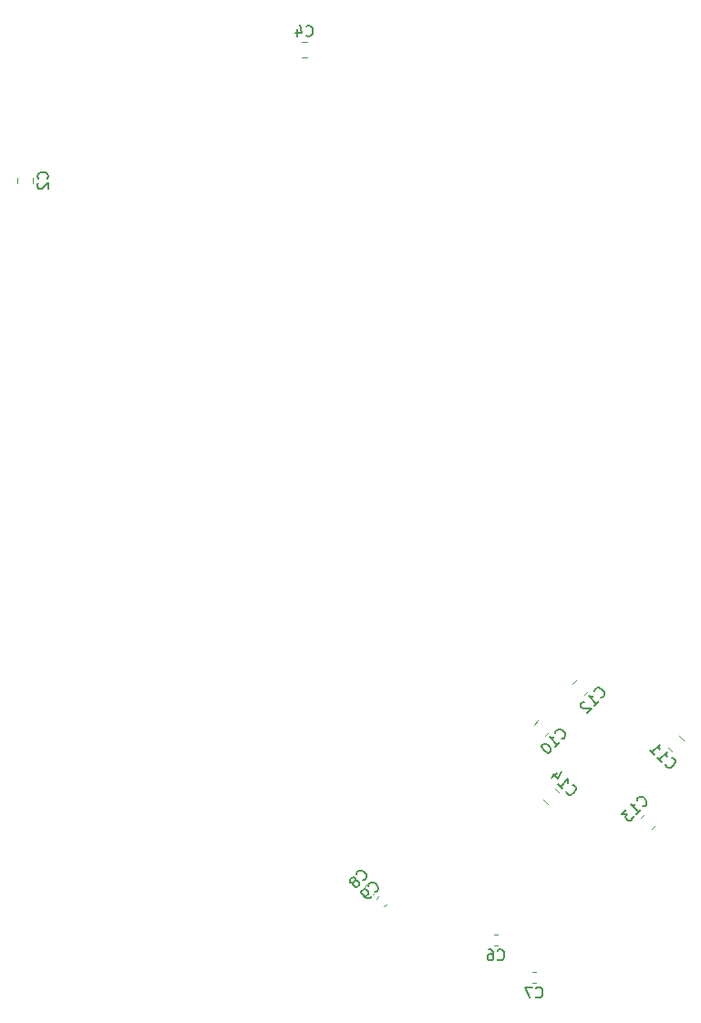
<source format=gbr>
%TF.GenerationSoftware,KiCad,Pcbnew,(5.1.12)-1*%
%TF.CreationDate,2022-04-06T16:52:09+05:30*%
%TF.ProjectId,MCROCONTROLLER,4d43524f-434f-44e5-9452-4f4c4c45522e,rev?*%
%TF.SameCoordinates,Original*%
%TF.FileFunction,Legend,Bot*%
%TF.FilePolarity,Positive*%
%FSLAX46Y46*%
G04 Gerber Fmt 4.6, Leading zero omitted, Abs format (unit mm)*
G04 Created by KiCad (PCBNEW (5.1.12)-1) date 2022-04-06 16:52:09*
%MOMM*%
%LPD*%
G01*
G04 APERTURE LIST*
%ADD10C,0.120000*%
%ADD11C,0.150000*%
G04 APERTURE END LIST*
D10*
%TO.C,C2*%
X63273000Y-50785752D02*
X63273000Y-50263248D01*
X64743000Y-50785752D02*
X64743000Y-50263248D01*
%TO.C,C4*%
X90198752Y-37619000D02*
X89676248Y-37619000D01*
X90198752Y-39089000D02*
X89676248Y-39089000D01*
%TO.C,C6*%
X107567820Y-120546400D02*
X107848980Y-120546400D01*
X107567820Y-121566400D02*
X107848980Y-121566400D01*
%TO.C,C7*%
X111123820Y-124026200D02*
X111404980Y-124026200D01*
X111123820Y-125046200D02*
X111404980Y-125046200D01*
%TO.C,C8*%
X96461238Y-116629411D02*
X96262427Y-116828222D01*
X95739989Y-115908162D02*
X95541178Y-116106973D01*
%TO.C,C9*%
X96817581Y-117014970D02*
X96618770Y-117213781D01*
X97538830Y-117736219D02*
X97340019Y-117935030D01*
%TO.C,C10*%
X111236320Y-101058833D02*
X111605787Y-100689366D01*
X112275767Y-102098280D02*
X112645234Y-101728813D01*
%TO.C,C11*%
X123733120Y-103157167D02*
X124102587Y-103526634D01*
X124772567Y-102117720D02*
X125142034Y-102487187D01*
%TO.C,C12*%
X114865543Y-97226410D02*
X115235010Y-96856943D01*
X115904990Y-98265857D02*
X116274457Y-97896390D01*
%TO.C,C13*%
X121534210Y-109332243D02*
X121164743Y-109701710D01*
X122573657Y-110371690D02*
X122204190Y-110741157D01*
%TO.C,C14*%
X112514233Y-108397480D02*
X112144766Y-108028013D01*
X113553680Y-107358033D02*
X113184213Y-106988566D01*
%TO.C,C2*%
D11*
X66045142Y-50357833D02*
X66092761Y-50310214D01*
X66140380Y-50167357D01*
X66140380Y-50072119D01*
X66092761Y-49929261D01*
X65997523Y-49834023D01*
X65902285Y-49786404D01*
X65711809Y-49738785D01*
X65568952Y-49738785D01*
X65378476Y-49786404D01*
X65283238Y-49834023D01*
X65188000Y-49929261D01*
X65140380Y-50072119D01*
X65140380Y-50167357D01*
X65188000Y-50310214D01*
X65235619Y-50357833D01*
X65235619Y-50738785D02*
X65188000Y-50786404D01*
X65140380Y-50881642D01*
X65140380Y-51119738D01*
X65188000Y-51214976D01*
X65235619Y-51262595D01*
X65330857Y-51310214D01*
X65426095Y-51310214D01*
X65568952Y-51262595D01*
X66140380Y-50691166D01*
X66140380Y-51310214D01*
%TO.C,C4*%
X90104166Y-37031142D02*
X90151785Y-37078761D01*
X90294642Y-37126380D01*
X90389880Y-37126380D01*
X90532738Y-37078761D01*
X90627976Y-36983523D01*
X90675595Y-36888285D01*
X90723214Y-36697809D01*
X90723214Y-36554952D01*
X90675595Y-36364476D01*
X90627976Y-36269238D01*
X90532738Y-36174000D01*
X90389880Y-36126380D01*
X90294642Y-36126380D01*
X90151785Y-36174000D01*
X90104166Y-36221619D01*
X89247023Y-36459714D02*
X89247023Y-37126380D01*
X89485119Y-36078761D02*
X89723214Y-36793047D01*
X89104166Y-36793047D01*
%TO.C,C6*%
X107875066Y-122843542D02*
X107922685Y-122891161D01*
X108065542Y-122938780D01*
X108160780Y-122938780D01*
X108303638Y-122891161D01*
X108398876Y-122795923D01*
X108446495Y-122700685D01*
X108494114Y-122510209D01*
X108494114Y-122367352D01*
X108446495Y-122176876D01*
X108398876Y-122081638D01*
X108303638Y-121986400D01*
X108160780Y-121938780D01*
X108065542Y-121938780D01*
X107922685Y-121986400D01*
X107875066Y-122034019D01*
X107017923Y-121938780D02*
X107208400Y-121938780D01*
X107303638Y-121986400D01*
X107351257Y-122034019D01*
X107446495Y-122176876D01*
X107494114Y-122367352D01*
X107494114Y-122748304D01*
X107446495Y-122843542D01*
X107398876Y-122891161D01*
X107303638Y-122938780D01*
X107113161Y-122938780D01*
X107017923Y-122891161D01*
X106970304Y-122843542D01*
X106922685Y-122748304D01*
X106922685Y-122510209D01*
X106970304Y-122414971D01*
X107017923Y-122367352D01*
X107113161Y-122319733D01*
X107303638Y-122319733D01*
X107398876Y-122367352D01*
X107446495Y-122414971D01*
X107494114Y-122510209D01*
%TO.C,C7*%
X111431066Y-126323342D02*
X111478685Y-126370961D01*
X111621542Y-126418580D01*
X111716780Y-126418580D01*
X111859638Y-126370961D01*
X111954876Y-126275723D01*
X112002495Y-126180485D01*
X112050114Y-125990009D01*
X112050114Y-125847152D01*
X112002495Y-125656676D01*
X111954876Y-125561438D01*
X111859638Y-125466200D01*
X111716780Y-125418580D01*
X111621542Y-125418580D01*
X111478685Y-125466200D01*
X111431066Y-125513819D01*
X111097733Y-125418580D02*
X110431066Y-125418580D01*
X110859638Y-126418580D01*
%TO.C,C8*%
X95360434Y-115491716D02*
X95427777Y-115491716D01*
X95562464Y-115424372D01*
X95629808Y-115357029D01*
X95697151Y-115222341D01*
X95697151Y-115087654D01*
X95663480Y-114986639D01*
X95562464Y-114818280D01*
X95461449Y-114717265D01*
X95293090Y-114616250D01*
X95192075Y-114582578D01*
X95057388Y-114582578D01*
X94922701Y-114649922D01*
X94855357Y-114717265D01*
X94788014Y-114851952D01*
X94788014Y-114919296D01*
X94619655Y-115559059D02*
X94653327Y-115458044D01*
X94653327Y-115390700D01*
X94619655Y-115289685D01*
X94585983Y-115256013D01*
X94484968Y-115222341D01*
X94417625Y-115222341D01*
X94316609Y-115256013D01*
X94181922Y-115390700D01*
X94148251Y-115491716D01*
X94148251Y-115559059D01*
X94181922Y-115660074D01*
X94215594Y-115693746D01*
X94316609Y-115727418D01*
X94383953Y-115727418D01*
X94484968Y-115693746D01*
X94619655Y-115559059D01*
X94720670Y-115525387D01*
X94788014Y-115525387D01*
X94889029Y-115559059D01*
X95023716Y-115693746D01*
X95057388Y-115794761D01*
X95057388Y-115862105D01*
X95023716Y-115963120D01*
X94889029Y-116097807D01*
X94788014Y-116131479D01*
X94720670Y-116131479D01*
X94619655Y-116097807D01*
X94484968Y-115963120D01*
X94451296Y-115862105D01*
X94451296Y-115794761D01*
X94484968Y-115693746D01*
%TO.C,C9*%
X96438026Y-116598524D02*
X96505369Y-116598524D01*
X96640056Y-116531180D01*
X96707400Y-116463837D01*
X96774743Y-116329149D01*
X96774743Y-116194462D01*
X96741072Y-116093447D01*
X96640056Y-115925088D01*
X96539041Y-115824073D01*
X96370682Y-115723058D01*
X96269667Y-115689386D01*
X96134980Y-115689386D01*
X96000293Y-115756730D01*
X95932949Y-115824073D01*
X95865606Y-115958760D01*
X95865606Y-116026104D01*
X96168652Y-117002585D02*
X96033965Y-117137272D01*
X95932949Y-117170943D01*
X95865606Y-117170943D01*
X95697247Y-117137272D01*
X95528888Y-117036256D01*
X95259514Y-116766882D01*
X95225843Y-116665867D01*
X95225843Y-116598524D01*
X95259514Y-116497508D01*
X95394201Y-116362821D01*
X95495217Y-116329149D01*
X95562560Y-116329149D01*
X95663575Y-116362821D01*
X95831934Y-116531180D01*
X95865606Y-116632195D01*
X95865606Y-116699539D01*
X95831934Y-116800554D01*
X95697247Y-116935241D01*
X95596232Y-116968913D01*
X95528888Y-116968913D01*
X95427873Y-116935241D01*
%TO.C,C10*%
X113835822Y-102379731D02*
X113903166Y-102379731D01*
X114037853Y-102312387D01*
X114105196Y-102245044D01*
X114172540Y-102110357D01*
X114172540Y-101975670D01*
X114138868Y-101874655D01*
X114037853Y-101706296D01*
X113936838Y-101605281D01*
X113768479Y-101504265D01*
X113667464Y-101470594D01*
X113532777Y-101470594D01*
X113398090Y-101537937D01*
X113330746Y-101605281D01*
X113263403Y-101739968D01*
X113263403Y-101807311D01*
X113229731Y-103120510D02*
X113633792Y-102716449D01*
X113431761Y-102918479D02*
X112724654Y-102211372D01*
X112893013Y-102245044D01*
X113027700Y-102245044D01*
X113128716Y-102211372D01*
X112084891Y-102851136D02*
X112017548Y-102918479D01*
X111983876Y-103019494D01*
X111983876Y-103086838D01*
X112017548Y-103187853D01*
X112118563Y-103356212D01*
X112286922Y-103524571D01*
X112455280Y-103625586D01*
X112556296Y-103659258D01*
X112623639Y-103659258D01*
X112724654Y-103625586D01*
X112791998Y-103558242D01*
X112825670Y-103457227D01*
X112825670Y-103389884D01*
X112791998Y-103288868D01*
X112690983Y-103120510D01*
X112522624Y-102952151D01*
X112354265Y-102851136D01*
X112253250Y-102817464D01*
X112185906Y-102817464D01*
X112084891Y-102851136D01*
%TO.C,C11*%
X123451668Y-104717222D02*
X123451668Y-104784566D01*
X123519012Y-104919253D01*
X123586355Y-104986596D01*
X123721042Y-105053940D01*
X123855729Y-105053940D01*
X123956744Y-105020268D01*
X124125103Y-104919253D01*
X124226118Y-104818238D01*
X124327134Y-104649879D01*
X124360805Y-104548864D01*
X124360805Y-104414177D01*
X124293462Y-104279490D01*
X124226118Y-104212146D01*
X124091431Y-104144803D01*
X124024088Y-104144803D01*
X122710889Y-104111131D02*
X123114950Y-104515192D01*
X122912920Y-104313161D02*
X123620027Y-103606054D01*
X123586355Y-103774413D01*
X123586355Y-103909100D01*
X123620027Y-104010116D01*
X122037454Y-103437696D02*
X122441515Y-103841757D01*
X122239485Y-103639726D02*
X122946592Y-102932619D01*
X122912920Y-103100978D01*
X122912920Y-103235665D01*
X122946592Y-103336680D01*
%TO.C,C12*%
X117465045Y-98547308D02*
X117532389Y-98547308D01*
X117667076Y-98479964D01*
X117734419Y-98412621D01*
X117801763Y-98277934D01*
X117801763Y-98143247D01*
X117768091Y-98042232D01*
X117667076Y-97873873D01*
X117566061Y-97772858D01*
X117397702Y-97671842D01*
X117296687Y-97638171D01*
X117162000Y-97638171D01*
X117027313Y-97705514D01*
X116959969Y-97772858D01*
X116892626Y-97907545D01*
X116892626Y-97974888D01*
X116858954Y-99288087D02*
X117263015Y-98884026D01*
X117060984Y-99086056D02*
X116353877Y-98378949D01*
X116522236Y-98412621D01*
X116656923Y-98412621D01*
X116757939Y-98378949D01*
X115949816Y-98917697D02*
X115882473Y-98917697D01*
X115781458Y-98951369D01*
X115613099Y-99119728D01*
X115579427Y-99220743D01*
X115579427Y-99288087D01*
X115613099Y-99389102D01*
X115680442Y-99456445D01*
X115815129Y-99523789D01*
X116623251Y-99523789D01*
X116185519Y-99961522D01*
%TO.C,C13*%
X121388367Y-108646730D02*
X121455711Y-108646730D01*
X121590398Y-108579386D01*
X121657741Y-108512043D01*
X121725085Y-108377356D01*
X121725085Y-108242669D01*
X121691413Y-108141654D01*
X121590398Y-107973295D01*
X121489383Y-107872280D01*
X121321024Y-107771264D01*
X121220009Y-107737593D01*
X121085322Y-107737593D01*
X120950635Y-107804936D01*
X120883291Y-107872280D01*
X120815948Y-108006967D01*
X120815948Y-108074310D01*
X120782276Y-109387509D02*
X121186337Y-108983448D01*
X120984306Y-109185478D02*
X120277199Y-108478371D01*
X120445558Y-108512043D01*
X120580245Y-108512043D01*
X120681261Y-108478371D01*
X119839467Y-108916104D02*
X119401734Y-109353837D01*
X119906810Y-109387509D01*
X119805795Y-109488524D01*
X119772123Y-109589539D01*
X119772123Y-109656883D01*
X119805795Y-109757898D01*
X119974154Y-109926257D01*
X120075169Y-109959928D01*
X120142512Y-109959928D01*
X120243528Y-109926257D01*
X120445558Y-109724226D01*
X120479230Y-109623211D01*
X120479230Y-109555867D01*
%TO.C,C14*%
X114239192Y-107212190D02*
X114239192Y-107279534D01*
X114306536Y-107414221D01*
X114373879Y-107481564D01*
X114508566Y-107548908D01*
X114643253Y-107548908D01*
X114744268Y-107515236D01*
X114912627Y-107414221D01*
X115013642Y-107313206D01*
X115114658Y-107144847D01*
X115148329Y-107043832D01*
X115148329Y-106909145D01*
X115080986Y-106774458D01*
X115013642Y-106707114D01*
X114878955Y-106639771D01*
X114811612Y-106639771D01*
X113498413Y-106606099D02*
X113902474Y-107010160D01*
X113700444Y-106808129D02*
X114407551Y-106101022D01*
X114373879Y-106269381D01*
X114373879Y-106404068D01*
X114407551Y-106505084D01*
X113363726Y-105528603D02*
X112892322Y-106000007D01*
X113801459Y-105427587D02*
X113464742Y-106101022D01*
X113027009Y-105663290D01*
%TD*%
M02*

</source>
